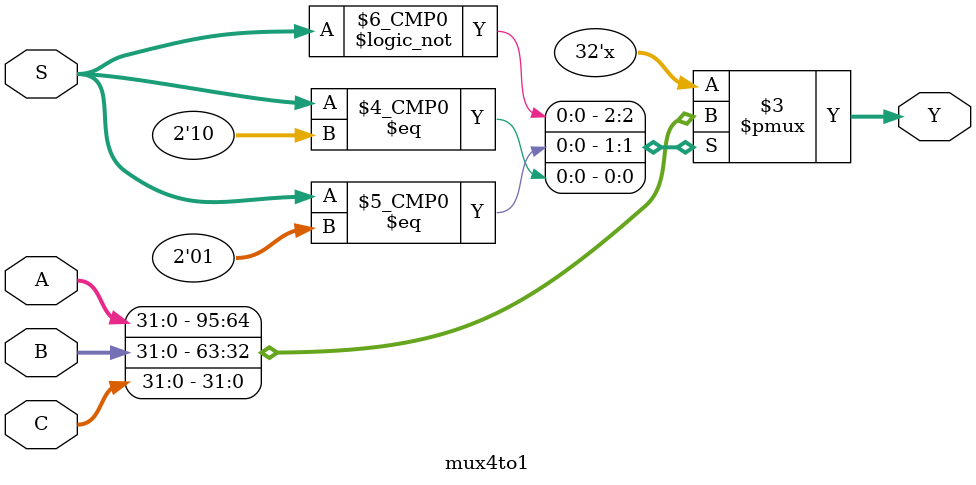
<source format=sv>

module regfile(input  logic        clk, we3, 
               input  logic [4:0]  ra1, ra2, wa3, 
               input  logic [31:0] wd3, 
               output logic [31:0] rd1, rd2);

  logic [31:0] rf[31:0];

  // three ported register file with register 0 hardwired to 0
  // read two ports combinationally; write third port on rising edge of clock

  always_ff @(posedge clk)
    if (we3) rf[wa3] <= wd3;	

  assign rd1 = (ra1 != 0) ? rf[ra1] : 0;
  assign rd2 = (ra2 != 0) ? rf[ra2] : 0;
endmodule

module adder(input  logic [31:0] a, b,
             output logic [31:0] y);

  assign y = a + b;
endmodule

module sl2(input  logic [31:0] a,
           output logic [31:0] y);

  assign y = {a[29:0], 2'b00}; 		// shift left by 2
endmodule

module zeroext(input  logic [15:0] a,
               output logic [31:0] y);
					
  assign y = {16'b0, a};
endmodule
	
module signext(input  logic [15:0] a,
               output logic [31:0] y);
              
  assign y = {{16{a[15]}}, a};
endmodule

module flopr #(parameter WIDTH = 8)
              (input  logic             clk, reset,
               input  logic [WIDTH-1:0] d, 
               output logic [WIDTH-1:0] q);

  always_ff @(posedge clk, posedge reset)
    if (reset) q <= 0;
    else       q <= d;
endmodule

module flopenr #(parameter WIDTH = 8)
                (input  logic             clk, reset, en,
                 input  logic [WIDTH-1:0] d, 
                 output logic [WIDTH-1:0] q);
 
  always_ff @(posedge clk, posedge reset)
    if      (reset) q <= 0;
    else if (en)    q <= d;
endmodule

module mux2 #(parameter WIDTH = 8)
             (input  logic [WIDTH-1:0] d0, d1, 
              input  logic             s, 
              output logic [WIDTH-1:0] y);

  assign y = s ? d1 : d0;
endmodule

module mux4to1(
		input logic [31:0] A, B, C,
		input logic [1:0] S,
		output logic [31:0] Y);
		
	always_comb
	case(S)
		2'b00: Y = A;
		2'b01: Y = B;
		2'b10: Y = C;
		default: Y = 32'bx;
	endcase
endmodule
	

</source>
